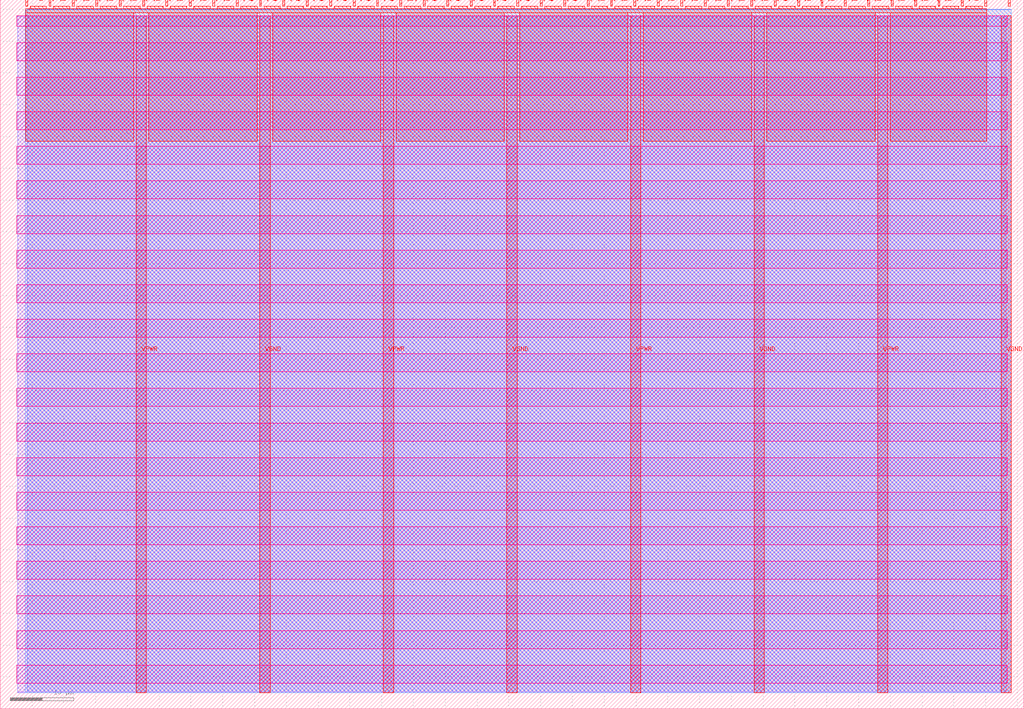
<source format=lef>
VERSION 5.7 ;
  NOWIREEXTENSIONATPIN ON ;
  DIVIDERCHAR "/" ;
  BUSBITCHARS "[]" ;
MACRO tt_um_ajstein_stopwatch
  CLASS BLOCK ;
  FOREIGN tt_um_ajstein_stopwatch ;
  ORIGIN 0.000 0.000 ;
  SIZE 161.000 BY 111.520 ;
  PIN VGND
    DIRECTION INOUT ;
    USE GROUND ;
    PORT
      LAYER met4 ;
        RECT 40.830 2.480 42.430 109.040 ;
    END
    PORT
      LAYER met4 ;
        RECT 79.700 2.480 81.300 109.040 ;
    END
    PORT
      LAYER met4 ;
        RECT 118.570 2.480 120.170 109.040 ;
    END
    PORT
      LAYER met4 ;
        RECT 157.440 2.480 159.040 109.040 ;
    END
  END VGND
  PIN VPWR
    DIRECTION INOUT ;
    USE POWER ;
    PORT
      LAYER met4 ;
        RECT 21.395 2.480 22.995 109.040 ;
    END
    PORT
      LAYER met4 ;
        RECT 60.265 2.480 61.865 109.040 ;
    END
    PORT
      LAYER met4 ;
        RECT 99.135 2.480 100.735 109.040 ;
    END
    PORT
      LAYER met4 ;
        RECT 138.005 2.480 139.605 109.040 ;
    END
  END VPWR
  PIN clk
    DIRECTION INPUT ;
    USE SIGNAL ;
    ANTENNAGATEAREA 0.852000 ;
    PORT
      LAYER met4 ;
        RECT 154.870 110.520 155.170 111.520 ;
    END
  END clk
  PIN ena
    DIRECTION INPUT ;
    USE SIGNAL ;
    PORT
      LAYER met4 ;
        RECT 158.550 110.520 158.850 111.520 ;
    END
  END ena
  PIN rst_n
    DIRECTION INPUT ;
    USE SIGNAL ;
    ANTENNAGATEAREA 0.213000 ;
    PORT
      LAYER met4 ;
        RECT 151.190 110.520 151.490 111.520 ;
    END
  END rst_n
  PIN ui_in[0]
    DIRECTION INPUT ;
    USE SIGNAL ;
    ANTENNAGATEAREA 0.318000 ;
    PORT
      LAYER met4 ;
        RECT 147.510 110.520 147.810 111.520 ;
    END
  END ui_in[0]
  PIN ui_in[1]
    DIRECTION INPUT ;
    USE SIGNAL ;
    ANTENNAGATEAREA 0.318000 ;
    PORT
      LAYER met4 ;
        RECT 143.830 110.520 144.130 111.520 ;
    END
  END ui_in[1]
  PIN ui_in[2]
    DIRECTION INPUT ;
    USE SIGNAL ;
    ANTENNAGATEAREA 0.318000 ;
    PORT
      LAYER met4 ;
        RECT 140.150 110.520 140.450 111.520 ;
    END
  END ui_in[2]
  PIN ui_in[3]
    DIRECTION INPUT ;
    USE SIGNAL ;
    ANTENNAGATEAREA 0.318000 ;
    PORT
      LAYER met4 ;
        RECT 136.470 110.520 136.770 111.520 ;
    END
  END ui_in[3]
  PIN ui_in[4]
    DIRECTION INPUT ;
    USE SIGNAL ;
    ANTENNAGATEAREA 0.318000 ;
    PORT
      LAYER met4 ;
        RECT 132.790 110.520 133.090 111.520 ;
    END
  END ui_in[4]
  PIN ui_in[5]
    DIRECTION INPUT ;
    USE SIGNAL ;
    ANTENNAGATEAREA 0.318000 ;
    PORT
      LAYER met4 ;
        RECT 129.110 110.520 129.410 111.520 ;
    END
  END ui_in[5]
  PIN ui_in[6]
    DIRECTION INPUT ;
    USE SIGNAL ;
    ANTENNAGATEAREA 0.318000 ;
    PORT
      LAYER met4 ;
        RECT 125.430 110.520 125.730 111.520 ;
    END
  END ui_in[6]
  PIN ui_in[7]
    DIRECTION INPUT ;
    USE SIGNAL ;
    ANTENNAGATEAREA 0.318000 ;
    PORT
      LAYER met4 ;
        RECT 121.750 110.520 122.050 111.520 ;
    END
  END ui_in[7]
  PIN uio_in[0]
    DIRECTION INPUT ;
    USE SIGNAL ;
    PORT
      LAYER met4 ;
        RECT 118.070 110.520 118.370 111.520 ;
    END
  END uio_in[0]
  PIN uio_in[1]
    DIRECTION INPUT ;
    USE SIGNAL ;
    PORT
      LAYER met4 ;
        RECT 114.390 110.520 114.690 111.520 ;
    END
  END uio_in[1]
  PIN uio_in[2]
    DIRECTION INPUT ;
    USE SIGNAL ;
    PORT
      LAYER met4 ;
        RECT 110.710 110.520 111.010 111.520 ;
    END
  END uio_in[2]
  PIN uio_in[3]
    DIRECTION INPUT ;
    USE SIGNAL ;
    PORT
      LAYER met4 ;
        RECT 107.030 110.520 107.330 111.520 ;
    END
  END uio_in[3]
  PIN uio_in[4]
    DIRECTION INPUT ;
    USE SIGNAL ;
    PORT
      LAYER met4 ;
        RECT 103.350 110.520 103.650 111.520 ;
    END
  END uio_in[4]
  PIN uio_in[5]
    DIRECTION INPUT ;
    USE SIGNAL ;
    PORT
      LAYER met4 ;
        RECT 99.670 110.520 99.970 111.520 ;
    END
  END uio_in[5]
  PIN uio_in[6]
    DIRECTION INPUT ;
    USE SIGNAL ;
    PORT
      LAYER met4 ;
        RECT 95.990 110.520 96.290 111.520 ;
    END
  END uio_in[6]
  PIN uio_in[7]
    DIRECTION INPUT ;
    USE SIGNAL ;
    PORT
      LAYER met4 ;
        RECT 92.310 110.520 92.610 111.520 ;
    END
  END uio_in[7]
  PIN uio_oe[0]
    DIRECTION OUTPUT TRISTATE ;
    USE SIGNAL ;
    PORT
      LAYER met4 ;
        RECT 29.750 110.520 30.050 111.520 ;
    END
  END uio_oe[0]
  PIN uio_oe[1]
    DIRECTION OUTPUT TRISTATE ;
    USE SIGNAL ;
    PORT
      LAYER met4 ;
        RECT 26.070 110.520 26.370 111.520 ;
    END
  END uio_oe[1]
  PIN uio_oe[2]
    DIRECTION OUTPUT TRISTATE ;
    USE SIGNAL ;
    PORT
      LAYER met4 ;
        RECT 22.390 110.520 22.690 111.520 ;
    END
  END uio_oe[2]
  PIN uio_oe[3]
    DIRECTION OUTPUT TRISTATE ;
    USE SIGNAL ;
    PORT
      LAYER met4 ;
        RECT 18.710 110.520 19.010 111.520 ;
    END
  END uio_oe[3]
  PIN uio_oe[4]
    DIRECTION OUTPUT TRISTATE ;
    USE SIGNAL ;
    PORT
      LAYER met4 ;
        RECT 15.030 110.520 15.330 111.520 ;
    END
  END uio_oe[4]
  PIN uio_oe[5]
    DIRECTION OUTPUT TRISTATE ;
    USE SIGNAL ;
    PORT
      LAYER met4 ;
        RECT 11.350 110.520 11.650 111.520 ;
    END
  END uio_oe[5]
  PIN uio_oe[6]
    DIRECTION OUTPUT TRISTATE ;
    USE SIGNAL ;
    PORT
      LAYER met4 ;
        RECT 7.670 110.520 7.970 111.520 ;
    END
  END uio_oe[6]
  PIN uio_oe[7]
    DIRECTION OUTPUT TRISTATE ;
    USE SIGNAL ;
    PORT
      LAYER met4 ;
        RECT 3.990 110.520 4.290 111.520 ;
    END
  END uio_oe[7]
  PIN uio_out[0]
    DIRECTION OUTPUT TRISTATE ;
    USE SIGNAL ;
    PORT
      LAYER met4 ;
        RECT 59.190 110.520 59.490 111.520 ;
    END
  END uio_out[0]
  PIN uio_out[1]
    DIRECTION OUTPUT TRISTATE ;
    USE SIGNAL ;
    PORT
      LAYER met4 ;
        RECT 55.510 110.520 55.810 111.520 ;
    END
  END uio_out[1]
  PIN uio_out[2]
    DIRECTION OUTPUT TRISTATE ;
    USE SIGNAL ;
    PORT
      LAYER met4 ;
        RECT 51.830 110.520 52.130 111.520 ;
    END
  END uio_out[2]
  PIN uio_out[3]
    DIRECTION OUTPUT TRISTATE ;
    USE SIGNAL ;
    PORT
      LAYER met4 ;
        RECT 48.150 110.520 48.450 111.520 ;
    END
  END uio_out[3]
  PIN uio_out[4]
    DIRECTION OUTPUT TRISTATE ;
    USE SIGNAL ;
    PORT
      LAYER met4 ;
        RECT 44.470 110.520 44.770 111.520 ;
    END
  END uio_out[4]
  PIN uio_out[5]
    DIRECTION OUTPUT TRISTATE ;
    USE SIGNAL ;
    PORT
      LAYER met4 ;
        RECT 40.790 110.520 41.090 111.520 ;
    END
  END uio_out[5]
  PIN uio_out[6]
    DIRECTION OUTPUT TRISTATE ;
    USE SIGNAL ;
    PORT
      LAYER met4 ;
        RECT 37.110 110.520 37.410 111.520 ;
    END
  END uio_out[6]
  PIN uio_out[7]
    DIRECTION OUTPUT TRISTATE ;
    USE SIGNAL ;
    PORT
      LAYER met4 ;
        RECT 33.430 110.520 33.730 111.520 ;
    END
  END uio_out[7]
  PIN uo_out[0]
    DIRECTION OUTPUT TRISTATE ;
    USE SIGNAL ;
    ANTENNADIFFAREA 0.445500 ;
    PORT
      LAYER met4 ;
        RECT 88.630 110.520 88.930 111.520 ;
    END
  END uo_out[0]
  PIN uo_out[1]
    DIRECTION OUTPUT TRISTATE ;
    USE SIGNAL ;
    ANTENNADIFFAREA 0.795200 ;
    PORT
      LAYER met4 ;
        RECT 84.950 110.520 85.250 111.520 ;
    END
  END uo_out[1]
  PIN uo_out[2]
    DIRECTION OUTPUT TRISTATE ;
    USE SIGNAL ;
    ANTENNADIFFAREA 0.445500 ;
    PORT
      LAYER met4 ;
        RECT 81.270 110.520 81.570 111.520 ;
    END
  END uo_out[2]
  PIN uo_out[3]
    DIRECTION OUTPUT TRISTATE ;
    USE SIGNAL ;
    ANTENNADIFFAREA 0.445500 ;
    PORT
      LAYER met4 ;
        RECT 77.590 110.520 77.890 111.520 ;
    END
  END uo_out[3]
  PIN uo_out[4]
    DIRECTION OUTPUT TRISTATE ;
    USE SIGNAL ;
    ANTENNADIFFAREA 0.445500 ;
    PORT
      LAYER met4 ;
        RECT 73.910 110.520 74.210 111.520 ;
    END
  END uo_out[4]
  PIN uo_out[5]
    DIRECTION OUTPUT TRISTATE ;
    USE SIGNAL ;
    ANTENNADIFFAREA 0.445500 ;
    PORT
      LAYER met4 ;
        RECT 70.230 110.520 70.530 111.520 ;
    END
  END uo_out[5]
  PIN uo_out[6]
    DIRECTION OUTPUT TRISTATE ;
    USE SIGNAL ;
    ANTENNADIFFAREA 0.445500 ;
    PORT
      LAYER met4 ;
        RECT 66.550 110.520 66.850 111.520 ;
    END
  END uo_out[6]
  PIN uo_out[7]
    DIRECTION OUTPUT TRISTATE ;
    USE SIGNAL ;
    PORT
      LAYER met4 ;
        RECT 62.870 110.520 63.170 111.520 ;
    END
  END uo_out[7]
  OBS
      LAYER nwell ;
        RECT 2.570 107.385 158.430 108.990 ;
        RECT 2.570 101.945 158.430 104.775 ;
        RECT 2.570 96.505 158.430 99.335 ;
        RECT 2.570 91.065 158.430 93.895 ;
        RECT 2.570 85.625 158.430 88.455 ;
        RECT 2.570 80.185 158.430 83.015 ;
        RECT 2.570 74.745 158.430 77.575 ;
        RECT 2.570 69.305 158.430 72.135 ;
        RECT 2.570 63.865 158.430 66.695 ;
        RECT 2.570 58.425 158.430 61.255 ;
        RECT 2.570 52.985 158.430 55.815 ;
        RECT 2.570 47.545 158.430 50.375 ;
        RECT 2.570 42.105 158.430 44.935 ;
        RECT 2.570 36.665 158.430 39.495 ;
        RECT 2.570 31.225 158.430 34.055 ;
        RECT 2.570 25.785 158.430 28.615 ;
        RECT 2.570 20.345 158.430 23.175 ;
        RECT 2.570 14.905 158.430 17.735 ;
        RECT 2.570 9.465 158.430 12.295 ;
        RECT 2.570 4.025 158.430 6.855 ;
      LAYER li1 ;
        RECT 2.760 2.635 158.240 108.885 ;
      LAYER met1 ;
        RECT 2.760 2.480 159.040 109.040 ;
      LAYER met2 ;
        RECT 4.230 2.535 159.010 110.005 ;
      LAYER met3 ;
        RECT 3.950 2.555 159.030 109.985 ;
      LAYER met4 ;
        RECT 4.690 110.120 7.270 110.520 ;
        RECT 8.370 110.120 10.950 110.520 ;
        RECT 12.050 110.120 14.630 110.520 ;
        RECT 15.730 110.120 18.310 110.520 ;
        RECT 19.410 110.120 21.990 110.520 ;
        RECT 23.090 110.120 25.670 110.520 ;
        RECT 26.770 110.120 29.350 110.520 ;
        RECT 30.450 110.120 33.030 110.520 ;
        RECT 34.130 110.120 36.710 110.520 ;
        RECT 37.810 110.120 40.390 110.520 ;
        RECT 41.490 110.120 44.070 110.520 ;
        RECT 45.170 110.120 47.750 110.520 ;
        RECT 48.850 110.120 51.430 110.520 ;
        RECT 52.530 110.120 55.110 110.520 ;
        RECT 56.210 110.120 58.790 110.520 ;
        RECT 59.890 110.120 62.470 110.520 ;
        RECT 63.570 110.120 66.150 110.520 ;
        RECT 67.250 110.120 69.830 110.520 ;
        RECT 70.930 110.120 73.510 110.520 ;
        RECT 74.610 110.120 77.190 110.520 ;
        RECT 78.290 110.120 80.870 110.520 ;
        RECT 81.970 110.120 84.550 110.520 ;
        RECT 85.650 110.120 88.230 110.520 ;
        RECT 89.330 110.120 91.910 110.520 ;
        RECT 93.010 110.120 95.590 110.520 ;
        RECT 96.690 110.120 99.270 110.520 ;
        RECT 100.370 110.120 102.950 110.520 ;
        RECT 104.050 110.120 106.630 110.520 ;
        RECT 107.730 110.120 110.310 110.520 ;
        RECT 111.410 110.120 113.990 110.520 ;
        RECT 115.090 110.120 117.670 110.520 ;
        RECT 118.770 110.120 121.350 110.520 ;
        RECT 122.450 110.120 125.030 110.520 ;
        RECT 126.130 110.120 128.710 110.520 ;
        RECT 129.810 110.120 132.390 110.520 ;
        RECT 133.490 110.120 136.070 110.520 ;
        RECT 137.170 110.120 139.750 110.520 ;
        RECT 140.850 110.120 143.430 110.520 ;
        RECT 144.530 110.120 147.110 110.520 ;
        RECT 148.210 110.120 150.790 110.520 ;
        RECT 151.890 110.120 154.470 110.520 ;
        RECT 3.975 109.440 155.185 110.120 ;
        RECT 3.975 89.255 20.995 109.440 ;
        RECT 23.395 89.255 40.430 109.440 ;
        RECT 42.830 89.255 59.865 109.440 ;
        RECT 62.265 89.255 79.300 109.440 ;
        RECT 81.700 89.255 98.735 109.440 ;
        RECT 101.135 89.255 118.170 109.440 ;
        RECT 120.570 89.255 137.605 109.440 ;
        RECT 140.005 89.255 155.185 109.440 ;
  END
END tt_um_ajstein_stopwatch
END LIBRARY


</source>
